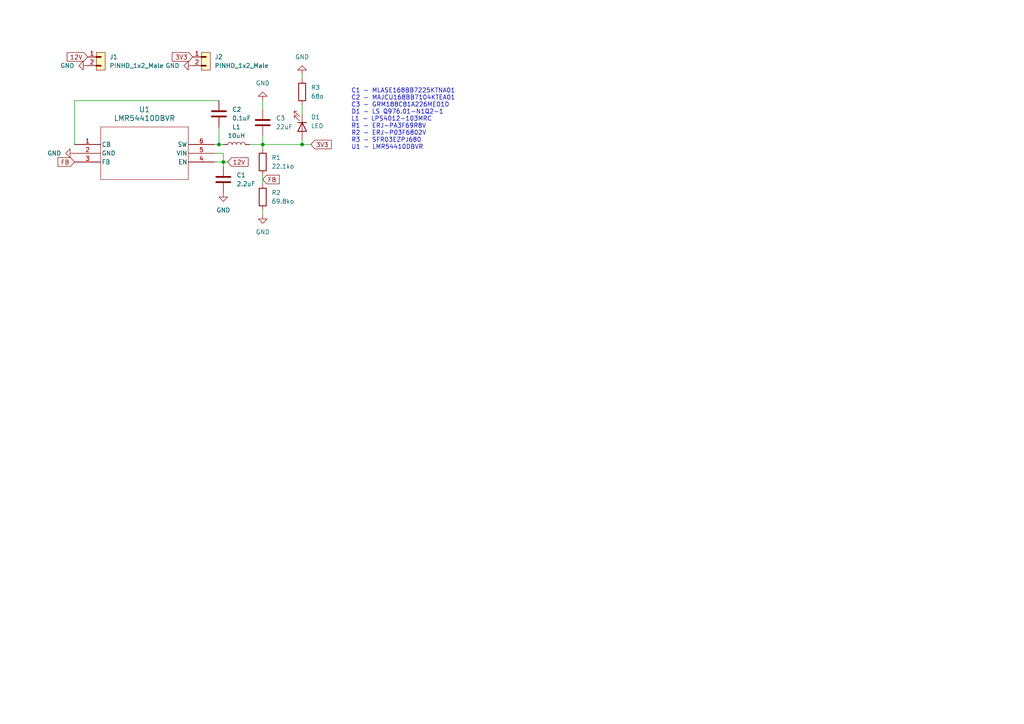
<source format=kicad_sch>
(kicad_sch (version 20250114) (generator "eeschema") (generator_version "9.0")
  (paper "A4")
  (lib_symbols
    (symbol "Device:C" (pin_numbers (hide yes)) (pin_names (offset 0.254))
      (property "Reference" "C" (at 0.635 2.54 0))
      (property "Value" "C" (at 0.635 -2.54 0))
      (symbol "C_0_1"
        (polyline (pts (xy -2.032 0.762) (xy 2.032 0.762)) (stroke (width 0.508)))
        (polyline (pts (xy -2.032 -0.762) (xy 2.032 -0.762)) (stroke (width 0.508)))
      )
      (symbol "C_1_1"
        (pin passive line (at 0 3.81 270) (length 2.794) (name "~") (number "1"))
        (pin passive line (at 0 -3.81 90) (length 2.794) (name "~") (number "2"))
      )
    )
    (symbol "Device:L" (pin_numbers (hide yes)) (pin_names (offset 1.016) (hide yes))
      (property "Reference" "L" (at -1.27 0 90))
      (property "Value" "L" (at 1.905 0 90))
      (symbol "L_0_1"
        (arc (start 0 2.54) (mid 0.6323 1.905) (end 0 1.27))
        (arc (start 0 1.27) (mid 0.6323 0.635) (end 0 0))
        (arc (start 0 0) (mid 0.6323 -0.635) (end 0 -1.27))
        (arc (start 0 -1.27) (mid 0.6323 -1.905) (end 0 -2.54))
      )
      (symbol "L_1_1"
        (pin passive line (at 0 3.81 270) (length 1.27) (name "1") (number "1"))
        (pin passive line (at 0 -3.81 90) (length 1.27) (name "2") (number "2"))
      )
    )
    (symbol "Device:LED" (pin_numbers (hide yes)) (pin_names (offset 1.016) (hide yes))
      (property "Reference" "D" (at 0 2.54 0))
      (property "Value" "LED" (at 0 -2.54 0))
      (symbol "LED_0_1"
        (polyline (pts (xy -3.048 -0.762) (xy -4.572 -2.286) (xy -3.81 -2.286) (xy -4.572 -2.286) (xy -4.572 -1.524)))
        (polyline (pts (xy -1.778 -0.762) (xy -3.302 -2.286) (xy -2.54 -2.286) (xy -3.302 -2.286) (xy -3.302 -1.524)))
        (polyline (pts (xy -1.27 0) (xy 1.27 0)))
        (polyline (pts (xy -1.27 -1.27) (xy -1.27 1.27)) (stroke (width 0.254)))
        (polyline (pts (xy 1.27 -1.27) (xy 1.27 1.27) (xy -1.27 0) (xy 1.27 -1.27)) (stroke (width 0.254)))
      )
      (symbol "LED_1_1"
        (pin passive line (at -3.81 0 0) (length 2.54) (name "K") (number "1"))
        (pin passive line (at 3.81 0 180) (length 2.54) (name "A") (number "2"))
      )
    )
    (symbol "Device:R" (pin_numbers (hide yes)) (pin_names (offset 0))
      (property "Reference" "R" (at 2.032 0 90))
      (property "Value" "R" (at 0 0 90))
      (symbol "R_0_1"
        (rectangle (start -1.016 -2.54) (end 1.016 2.54) (stroke (width 0.254)))
      )
      (symbol "R_1_1"
        (pin passive line (at 0 3.81 270) (length 1.27) (name "~") (number "1"))
        (pin passive line (at 0 -3.81 90) (length 1.27) (name "~") (number "2"))
      )
    )
    (symbol "LMR54410DBVR:LMR54410DBVR" (pin_names (offset 0.254))
      (property "Reference" "U" (at 20.32 10.16 0))
      (property "Value" "LMR54410DBVR" (at 20.32 7.62 0))
      (symbol "LMR54410DBVR_0_1"
        (polyline (pts (xy 7.62 5.08) (xy 7.62 -10.16)) (stroke (width 0.127)))
        (polyline (pts (xy 7.62 -10.16) (xy 33.02 -10.16)) (stroke (width 0.127)))
        (polyline (pts (xy 33.02 5.08) (xy 7.62 5.08)) (stroke (width 0.127)))
        (polyline (pts (xy 33.02 -10.16) (xy 33.02 5.08)) (stroke (width 0.127)))
        (pin power_in line (at 0 0 0) (length 7.62) (name "CB") (number "1"))
        (pin power_out line (at 0 -2.54 0) (length 7.62) (name "GND") (number "2"))
        (pin unspecified line (at 0 -5.08 0) (length 7.62) (name "FB") (number "3"))
        (pin power_in line (at 40.64 0 180) (length 7.62) (name "SW") (number "6"))
        (pin power_in line (at 40.64 -2.54 180) (length 7.62) (name "VIN") (number "5"))
        (pin unspecified line (at 40.64 -5.08 180) (length 7.62) (name "EN") (number "4"))
      )
    )
    (symbol "PCM_SL_Pin_Headers:PINHD_1x2_Male"
      (property "Reference" "J" (at 0 6.35 0))
      (property "Value" "PINHD_1x2_Male" (at 0 3.81 0))
      (symbol "PINHD_1x2_Male_0_1"
        (rectangle (start -1.27 2.54) (end 1.27 -2.54) (fill (type background)))
        (polyline (pts (xy -1.27 1.27) (xy 0 1.27)) (stroke (width 0.3)))
        (polyline (pts (xy -1.27 1.27) (xy 0 1.27)) (stroke (width 0.5)))
        (polyline (pts (xy -1.27 -1.27) (xy 0 -1.27)) (stroke (width 0.3)))
        (polyline (pts (xy -1.27 -1.27) (xy 0 -1.27)) (stroke (width 0.5)))
      )
      (symbol "PINHD_1x2_Male_1_1"
        (pin passive line (at -3.81 1.27 0) (length 2.54) (name "") (number "1"))
        (pin passive line (at -3.81 -1.27 0) (length 2.54) (name "") (number "2"))
      )
    )
    (symbol "power:GND" (power) (pin_numbers (hide yes)) (pin_names (offset 0) (hide yes))
      (property "Value" "GND" (at 0 -3.81 0))
      (symbol "GND_0_1"
        (polyline (pts (xy 0 0) (xy 0 -1.27) (xy 1.27 -1.27) (xy 0 -2.54) (xy -1.27 -1.27) (xy 0 -1.27)))
      )
      (symbol "GND_1_1"
        (pin power_in line (at 0 0 270) (length 0) (name "~") (number "1"))
      )
    )
  )
  (text "C1 - MLASE168BB7225KTNA01\nC2 - MAJCU168BB7104KTEA01\nC3 - GRM188C81A226ME01D\nD1 - LS Q976.01-N1Q2-1\nL1 - LPS4012-103MRC\nR1 - ERJ-PA3F69R8V\nR2 - ERJ-P03F6802V\nR3 - SFR03EZPJ680\nU1 - LMR54410DBVR" (at 101.854 25.654 0) (effects (font (size 1.27 1.27)) (justify left top)))
  (junction (at 76.2 41.91))
  (junction (at 64.77 46.99))
  (junction (at 87.63 41.91))
  (junction (at 63.5 41.91))
  (wire (pts (xy 64.77 46.99) (xy 64.77 48.26)))
  (wire (pts (xy 62.23 46.99) (xy 64.77 46.99)))
  (wire (pts (xy 64.77 46.99) (xy 66.04 46.99)))
  (wire (pts (xy 87.63 21.59) (xy 87.63 22.86)))
  (wire (pts (xy 87.63 41.91) (xy 76.2 41.91)))
  (wire (pts (xy 76.2 39.37) (xy 76.2 41.91)))
  (wire (pts (xy 87.63 30.48) (xy 87.63 33.02)))
  (wire (pts (xy 90.17 41.91) (xy 87.63 41.91)))
  (wire (pts (xy 62.23 44.45) (xy 64.77 44.45)))
  (wire (pts (xy 76.2 41.91) (xy 76.2 43.18)))
  (wire (pts (xy 63.5 29.21) (xy 21.59 29.21)))
  (wire (pts (xy 76.2 50.8) (xy 76.2 53.34)))
  (wire (pts (xy 62.23 41.91) (xy 63.5 41.91)))
  (wire (pts (xy 76.2 60.96) (xy 76.2 62.23)))
  (wire (pts (xy 87.63 40.64) (xy 87.63 41.91)))
  (wire (pts (xy 64.77 44.45) (xy 64.77 46.99)))
  (wire (pts (xy 72.39 41.91) (xy 76.2 41.91)))
  (wire (pts (xy 76.2 29.21) (xy 76.2 31.75)))
  (wire (pts (xy 63.5 36.83) (xy 63.5 41.91)))
  (wire (pts (xy 21.59 29.21) (xy 21.59 41.91)))
  (wire (pts (xy 63.5 41.91) (xy 64.77 41.91)))
  (global_label "FB" (shape input) (at 76.2 52.07 0) (property "Intersheetrefs" "${INTERSHEET_REFS}" (effects (hide yes))))
  (global_label "FB" (shape input) (at 21.59 46.99 180) (property "Intersheetrefs" "${INTERSHEET_REFS}" (effects (hide yes))))
  (global_label "3V3" (shape input) (at 55.88 16.51 180) (property "Intersheetrefs" "${INTERSHEET_REFS}" (effects (hide yes))))
  (global_label "12V" (shape input) (at 66.04 46.99 0) (property "Intersheetrefs" "${INTERSHEET_REFS}" (effects (hide yes))))
  (global_label "3V3" (shape input) (at 90.17 41.91 0) (property "Intersheetrefs" "${INTERSHEET_REFS}" (effects (hide yes))))
  (global_label "12V" (shape input) (at 25.4 16.51 180) (property "Intersheetrefs" "${INTERSHEET_REFS}" (effects (hide yes))))
  (symbol (lib_id "Device:C") (at 63.5 33.02 0) (unit 1)
    (property "Reference" "C2" (at 67.31 31.7499 0) (effects (justify left)))
    (property "Value" "0.1uF" (at 67.31 34.2899 0) (effects (justify left)))
    (property "Footprint" "Capacitor_SMD:C_0603_1608Metric_Pad1.08x0.95mm_HandSolder" (effects (hide yes)))
    (property "Description" "Unpolarized capacitor" (effects (hide yes)))
  )
  (symbol (lib_id "power:GND") (at 76.2 62.23 0) (unit 1)
    (property "Reference" "#PWR04" (effects (hide yes)))
    (property "Value" "GND" (at 76.2 67.31 0))
    (property "Description" "Power symbol creates a global label with name \"GND\" , ground" (effects (hide yes)))
  )
  (symbol (lib_id "power:GND") (at 55.88 19.05 270) (unit 1)
    (property "Reference" "#PWR06" (effects (hide yes)))
    (property "Value" "GND" (at 52.07 19.0499 90) (effects (justify right)))
    (property "Description" "Power symbol creates a global label with name \"GND\" , ground" (effects (hide yes)))
  )
  (symbol (lib_id "Device:R") (at 87.63 26.67 0) (unit 1)
    (property "Reference" "R3" (at 90.17 25.3999 0) (effects (justify left)))
    (property "Value" "68o" (at 90.17 27.9399 0) (effects (justify left)))
    (property "Footprint" "Resistor_SMD:R_1206_3216Metric_Pad1.30x1.75mm_HandSolder" (effects (hide yes)))
    (property "Description" "Resistor" (effects (hide yes)))
  )
  (symbol (lib_id "PCM_SL_Pin_Headers:PINHD_1x2_Male") (at 29.21 17.78 0) (unit 1)
    (property "Reference" "J1" (at 31.75 16.5099 0) (effects (justify left)))
    (property "Value" "PINHD_1x2_Male" (at 31.75 19.0499 0) (effects (justify left)))
    (property "Footprint" "Connector_PinHeader_2.54mm:PinHeader_1x02_P2.54mm_Vertical" (effects (hide yes)))
    (property "Description" "Pin Header male with pin space 2.54mm. Pin Count -2" (effects (hide yes)))
  )
  (symbol (lib_id "power:GND") (at 64.77 55.88 0) (unit 1)
    (property "Reference" "#PWR03" (effects (hide yes)))
    (property "Value" "GND" (at 64.77 60.96 0))
    (property "Description" "Power symbol creates a global label with name \"GND\" , ground" (effects (hide yes)))
  )
  (symbol (lib_id "power:GND") (at 87.63 21.59 180) (unit 1)
    (property "Reference" "#PWR07" (effects (hide yes)))
    (property "Value" "GND" (at 87.63 16.51 0))
    (property "Description" "Power symbol creates a global label with name \"GND\" , ground" (effects (hide yes)))
  )
  (symbol (lib_id "LMR54410DBVR:LMR54410DBVR") (at 21.59 41.91 0) (unit 1)
    (property "Reference" "U1" (at 41.91 31.75 0) (effects (font (size 1.524 1.524))))
    (property "Value" "LMR54410DBVR" (at 41.91 34.29 0) (effects (font (size 1.524 1.524))))
    (property "Footprint" "SOT-23-6-DBV_TEX" (effects (hide yes)))
    (property "Datasheet" "https://www.ti.com/lit/gpn/lmr54410" (effects (hide yes)))
  )
  (symbol (lib_id "Device:C") (at 64.77 52.07 0) (unit 1)
    (property "Reference" "C1" (at 68.58 50.7999 0) (effects (justify left)))
    (property "Value" "2.2uF" (at 68.58 53.3399 0) (effects (justify left)))
    (property "Footprint" "Capacitor_SMD:C_0603_1608Metric_Pad1.08x0.95mm_HandSolder" (effects (hide yes)))
    (property "Description" "Unpolarized capacitor" (effects (hide yes)))
  )
  (symbol (lib_id "Device:R") (at 76.2 46.99 0) (unit 1)
    (property "Reference" "R1" (at 78.74 45.7199 0) (effects (justify left)))
    (property "Value" "22.1ko" (at 78.74 48.2599 0) (effects (justify left)))
    (property "Footprint" "Resistor_SMD:R_1206_3216Metric_Pad1.30x1.75mm_HandSolder" (effects (hide yes)))
    (property "Description" "Resistor" (effects (hide yes)))
  )
  (symbol (lib_id "PCM_SL_Pin_Headers:PINHD_1x2_Male") (at 59.69 17.78 0) (unit 1)
    (property "Reference" "J2" (at 62.23 16.5099 0) (effects (justify left)))
    (property "Value" "PINHD_1x2_Male" (at 62.23 19.0499 0) (effects (justify left)))
    (property "Footprint" "Connector_PinHeader_2.54mm:PinHeader_1x02_P2.54mm_Vertical" (effects (hide yes)))
    (property "Description" "Pin Header male with pin space 2.54mm. Pin Count -2" (effects (hide yes)))
  )
  (symbol (lib_id "Device:L") (at 68.58 41.91 90) (unit 1)
    (property "Reference" "L1" (at 68.58 36.83 90))
    (property "Value" "10uH" (at 68.58 39.37 90))
    (property "Description" "Inductor" (effects (hide yes)))
  )
  (symbol (lib_id "power:GND") (at 25.4 19.05 270) (unit 1)
    (property "Reference" "#PWR02" (effects (hide yes)))
    (property "Value" "GND" (at 21.59 19.0499 90) (effects (justify right)))
    (property "Description" "Power symbol creates a global label with name \"GND\" , ground" (effects (hide yes)))
  )
  (symbol (lib_id "power:GND") (at 76.2 29.21 180) (unit 1)
    (property "Reference" "#PWR05" (effects (hide yes)))
    (property "Value" "GND" (at 76.2 24.13 0))
    (property "Description" "Power symbol creates a global label with name \"GND\" , ground" (effects (hide yes)))
  )
  (symbol (lib_id "Device:LED") (at 87.63 36.83 270) (unit 1)
    (property "Reference" "D1" (at 90.17 33.9724 90) (effects (justify left)))
    (property "Value" "LED" (at 90.17 36.5124 90) (effects (justify left)))
    (property "Footprint" "LED_SMD:LED_0603_1608Metric_Pad1.05x0.95mm_HandSolder" (effects (hide yes)))
    (property "Description" "Light emitting diode" (effects (hide yes)))
  )
  (symbol (lib_id "Device:R") (at 76.2 57.15 0) (unit 1)
    (property "Reference" "R2" (at 78.74 55.8799 0) (effects (justify left)))
    (property "Value" "69.8ko" (at 78.74 58.4199 0) (effects (justify left)))
    (property "Footprint" "Resistor_SMD:R_1206_3216Metric_Pad1.30x1.75mm_HandSolder" (effects (hide yes)))
    (property "Description" "Resistor" (effects (hide yes)))
  )
  (symbol (lib_id "Device:C") (at 76.2 35.56 0) (unit 1)
    (property "Reference" "C3" (at 80.01 34.2899 0) (effects (justify left)))
    (property "Value" "22uF" (at 80.01 36.8299 0) (effects (justify left)))
    (property "Footprint" "Capacitor_SMD:C_0603_1608Metric_Pad1.08x0.95mm_HandSolder" (effects (hide yes)))
    (property "Description" "Unpolarized capacitor" (effects (hide yes)))
  )
  (symbol (lib_id "power:GND") (at 21.59 44.45 270) (unit 1)
    (property "Reference" "#PWR01" (effects (hide yes)))
    (property "Value" "GND" (at 17.78 44.4499 90) (effects (justify right)))
    (property "Description" "Power symbol creates a global label with name \"GND\" , ground" (effects (hide yes)))
  )
)
</source>
